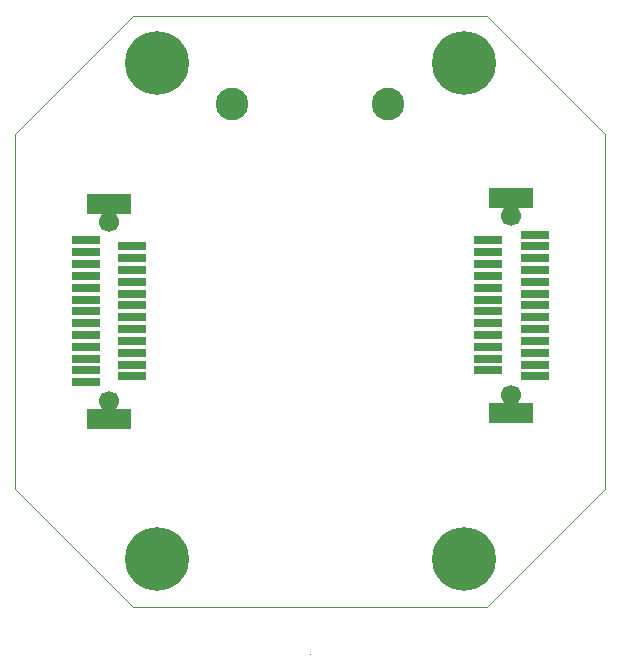
<source format=gbs>
G04 (created by PCBNEW (2013-09-06 BZR 4312)-stable) date K 13 nov   2013 22:22:55 EET*
%MOIN*%
G04 Gerber Fmt 3.4, Leading zero omitted, Abs format*
%FSLAX34Y34*%
G01*
G70*
G90*
G04 APERTURE LIST*
%ADD10C,0.000787*%
%ADD11C,0.001000*%
%ADD12C,0.066929*%
%ADD13R,0.149606X0.066929*%
%ADD14R,0.097638X0.031496*%
%ADD15C,0.212598*%
%ADD16C,0.108748*%
G04 APERTURE END LIST*
G54D10*
G54D11*
X49213Y-56692D02*
G75*
G03X49213Y-56692I0J0D01*
G74*
G01*
X49211Y-56692D02*
X49213Y-56692D01*
X49212Y-56691D02*
X49212Y-56693D01*
X43307Y-55118D02*
X39370Y-51181D01*
X55118Y-55118D02*
X43307Y-55118D01*
X59055Y-51181D02*
X55118Y-55118D01*
X59055Y-39370D02*
X59055Y-51181D01*
X55118Y-35433D02*
X59055Y-39370D01*
X43307Y-35433D02*
X55118Y-35433D01*
X39370Y-39370D02*
X43307Y-35433D01*
X39370Y-51181D02*
X39370Y-39370D01*
G54D12*
X42503Y-42303D03*
X42503Y-48248D03*
G54D13*
X42503Y-41692D03*
X42503Y-48858D03*
G54D14*
X41732Y-47637D03*
X41732Y-47244D03*
X41732Y-46850D03*
X41732Y-46456D03*
X41732Y-46062D03*
X41732Y-45669D03*
X41732Y-45275D03*
X41732Y-44881D03*
X41732Y-44488D03*
X41732Y-44094D03*
X41732Y-43700D03*
X41732Y-43307D03*
X41732Y-42913D03*
X43275Y-43110D03*
X43275Y-43503D03*
X43275Y-43897D03*
X43275Y-44291D03*
X43275Y-44685D03*
X43275Y-45078D03*
X43275Y-45472D03*
X43275Y-45866D03*
X43275Y-46259D03*
X43275Y-46653D03*
X43275Y-47047D03*
X43275Y-47440D03*
G54D12*
X42503Y-48248D03*
X42503Y-42303D03*
G54D13*
X42503Y-48858D03*
X42503Y-41692D03*
G54D12*
X55921Y-48051D03*
X55921Y-42106D03*
G54D13*
X55921Y-48661D03*
X55921Y-41496D03*
G54D14*
X56692Y-42716D03*
X56692Y-43110D03*
X56692Y-43503D03*
X56692Y-43897D03*
X56692Y-44291D03*
X56692Y-44685D03*
X56692Y-45078D03*
X56692Y-45472D03*
X56692Y-45866D03*
X56692Y-46259D03*
X56692Y-46653D03*
X56692Y-47047D03*
X56692Y-47440D03*
X55149Y-47244D03*
X55149Y-46850D03*
X55149Y-46456D03*
X55149Y-46062D03*
X55149Y-45669D03*
X55149Y-45275D03*
X55149Y-44881D03*
X55149Y-44488D03*
X55149Y-44094D03*
X55149Y-43700D03*
X55149Y-43307D03*
X55149Y-42913D03*
G54D12*
X55921Y-42106D03*
X55921Y-48051D03*
G54D13*
X55921Y-41496D03*
X55921Y-48661D03*
G54D15*
X44094Y-37007D03*
X54330Y-37007D03*
X54330Y-53543D03*
X44094Y-53543D03*
G54D16*
X46600Y-38350D03*
X51800Y-38350D03*
M02*

</source>
